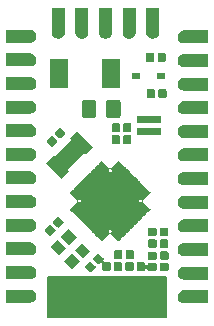
<source format=gbr>
G04 #@! TF.GenerationSoftware,KiCad,Pcbnew,(5.0.0)*
G04 #@! TF.CreationDate,2021-02-11T08:38:10+00:00*
G04 #@! TF.ProjectId,ESPV-BUG,455350562D4255472E6B696361645F70,rev?*
G04 #@! TF.SameCoordinates,Original*
G04 #@! TF.FileFunction,Soldermask,Top*
G04 #@! TF.FilePolarity,Negative*
%FSLAX46Y46*%
G04 Gerber Fmt 4.6, Leading zero omitted, Abs format (unit mm)*
G04 Created by KiCad (PCBNEW (5.0.0)) date 02/11/21 08:38:10*
%MOMM*%
%LPD*%
G01*
G04 APERTURE LIST*
%ADD10C,0.150000*%
%ADD11C,0.100000*%
G04 APERTURE END LIST*
D10*
G04 #@! TO.C,AE1*
G36*
X166100000Y-91150000D02*
X176100000Y-91150000D01*
X176100000Y-87700000D01*
X166100000Y-87700000D01*
X166100000Y-91150000D01*
G37*
X166100000Y-91150000D02*
X176100000Y-91150000D01*
X176100000Y-87700000D01*
X166100000Y-87700000D01*
X166100000Y-91150000D01*
D11*
G36*
X175801000Y-90576000D02*
X172199000Y-90576000D01*
X172199000Y-89124000D01*
X175801000Y-89124000D01*
X175801000Y-90576000D01*
X175801000Y-90576000D01*
G37*
G36*
X167101000Y-90576000D02*
X166199000Y-90576000D01*
X166199000Y-89124000D01*
X167101000Y-89124000D01*
X167101000Y-90576000D01*
X167101000Y-90576000D01*
G37*
G36*
X179651000Y-89951000D02*
X177494298Y-89951000D01*
X177493446Y-89950301D01*
X177471835Y-89938750D01*
X177448385Y-89931636D01*
X177439279Y-89929825D01*
X177439277Y-89929824D01*
X177439276Y-89929824D01*
X177339005Y-89888291D01*
X177248755Y-89827988D01*
X177172012Y-89751245D01*
X177111709Y-89660995D01*
X177070174Y-89560721D01*
X177049000Y-89454270D01*
X177049000Y-89345730D01*
X177070174Y-89239279D01*
X177111709Y-89139005D01*
X177172012Y-89048755D01*
X177248755Y-88972012D01*
X177339005Y-88911709D01*
X177439276Y-88870176D01*
X177439277Y-88870176D01*
X177439279Y-88870175D01*
X177448385Y-88868364D01*
X177471834Y-88861251D01*
X177493445Y-88849700D01*
X177494298Y-88849000D01*
X179651000Y-88849000D01*
X179651000Y-89951000D01*
X179651000Y-89951000D01*
G37*
G36*
X164656554Y-88799699D02*
X164678165Y-88811250D01*
X164701615Y-88818364D01*
X164710721Y-88820175D01*
X164710723Y-88820176D01*
X164710724Y-88820176D01*
X164810995Y-88861709D01*
X164901245Y-88922012D01*
X164977988Y-88998755D01*
X165038291Y-89089005D01*
X165079826Y-89189279D01*
X165101000Y-89295730D01*
X165101000Y-89404270D01*
X165079826Y-89510721D01*
X165038291Y-89610995D01*
X164977988Y-89701245D01*
X164901245Y-89777988D01*
X164810995Y-89838291D01*
X164710724Y-89879824D01*
X164710723Y-89879824D01*
X164710721Y-89879825D01*
X164701615Y-89881636D01*
X164678166Y-89888749D01*
X164656555Y-89900300D01*
X164655702Y-89901000D01*
X162499000Y-89901000D01*
X162499000Y-88799000D01*
X164655702Y-88799000D01*
X164656554Y-88799699D01*
X164656554Y-88799699D01*
G37*
G36*
X179651000Y-87951000D02*
X177494298Y-87951000D01*
X177493446Y-87950301D01*
X177471835Y-87938750D01*
X177448385Y-87931636D01*
X177439279Y-87929825D01*
X177439277Y-87929824D01*
X177439276Y-87929824D01*
X177339005Y-87888291D01*
X177248755Y-87827988D01*
X177172012Y-87751245D01*
X177111709Y-87660995D01*
X177070174Y-87560721D01*
X177049000Y-87454270D01*
X177049000Y-87345730D01*
X177070174Y-87239279D01*
X177111709Y-87139005D01*
X177172012Y-87048755D01*
X177248755Y-86972012D01*
X177339005Y-86911709D01*
X177439276Y-86870176D01*
X177439277Y-86870176D01*
X177439279Y-86870175D01*
X177448385Y-86868364D01*
X177471834Y-86861251D01*
X177493445Y-86849700D01*
X177494298Y-86849000D01*
X179651000Y-86849000D01*
X179651000Y-87951000D01*
X179651000Y-87951000D01*
G37*
G36*
X164656554Y-86799699D02*
X164678165Y-86811250D01*
X164701615Y-86818364D01*
X164710721Y-86820175D01*
X164710723Y-86820176D01*
X164710724Y-86820176D01*
X164810995Y-86861709D01*
X164901245Y-86922012D01*
X164977988Y-86998755D01*
X165038291Y-87089005D01*
X165079826Y-87189279D01*
X165101000Y-87295730D01*
X165101000Y-87404270D01*
X165079826Y-87510721D01*
X165038291Y-87610995D01*
X164977988Y-87701245D01*
X164901245Y-87777988D01*
X164810995Y-87838291D01*
X164710724Y-87879824D01*
X164710723Y-87879824D01*
X164710721Y-87879825D01*
X164701615Y-87881636D01*
X164678166Y-87888749D01*
X164656555Y-87900300D01*
X164655702Y-87901000D01*
X162499000Y-87901000D01*
X162499000Y-86799000D01*
X164655702Y-86799000D01*
X164656554Y-86799699D01*
X164656554Y-86799699D01*
G37*
G36*
X169667866Y-86427385D02*
X169688484Y-86433639D01*
X169707484Y-86443795D01*
X169728909Y-86461378D01*
X170088622Y-86821091D01*
X170106205Y-86842516D01*
X170116361Y-86861516D01*
X170122615Y-86882134D01*
X170124726Y-86903572D01*
X170122615Y-86925010D01*
X170116361Y-86945628D01*
X170106205Y-86964628D01*
X170088622Y-86986053D01*
X169764265Y-87310410D01*
X169742840Y-87327993D01*
X169723840Y-87338149D01*
X169703222Y-87344403D01*
X169681784Y-87346514D01*
X169660346Y-87344403D01*
X169639728Y-87338149D01*
X169620728Y-87327993D01*
X169599303Y-87310410D01*
X169239590Y-86950697D01*
X169222007Y-86929272D01*
X169211851Y-86910272D01*
X169205597Y-86889654D01*
X169203486Y-86868216D01*
X169205597Y-86846778D01*
X169211851Y-86826160D01*
X169222007Y-86807160D01*
X169239590Y-86785735D01*
X169563947Y-86461378D01*
X169585372Y-86443795D01*
X169604372Y-86433639D01*
X169624990Y-86427385D01*
X169646428Y-86425274D01*
X169667866Y-86427385D01*
X169667866Y-86427385D01*
G37*
G36*
X174206938Y-86481716D02*
X174227556Y-86487970D01*
X174246556Y-86498126D01*
X174263208Y-86511792D01*
X174276874Y-86528444D01*
X174287030Y-86547444D01*
X174293284Y-86568062D01*
X174295705Y-86592642D01*
X174300486Y-86616675D01*
X174309863Y-86639314D01*
X174323477Y-86659689D01*
X174340805Y-86677016D01*
X174361179Y-86690630D01*
X174383818Y-86700007D01*
X174407852Y-86704787D01*
X174432356Y-86704787D01*
X174456389Y-86700006D01*
X174479028Y-86690629D01*
X174499403Y-86677015D01*
X174516730Y-86659687D01*
X174530344Y-86639313D01*
X174535128Y-86627761D01*
X174548126Y-86603444D01*
X174561792Y-86586792D01*
X174578444Y-86573126D01*
X174597444Y-86562970D01*
X174618062Y-86556716D01*
X174645640Y-86554000D01*
X175154360Y-86554000D01*
X175181938Y-86556716D01*
X175202556Y-86562970D01*
X175221556Y-86573126D01*
X175238208Y-86586792D01*
X175251874Y-86603444D01*
X175262030Y-86622444D01*
X175268284Y-86643062D01*
X175271000Y-86670640D01*
X175271000Y-87129360D01*
X175268284Y-87156938D01*
X175262030Y-87177556D01*
X175251874Y-87196556D01*
X175238208Y-87213208D01*
X175221556Y-87226874D01*
X175202556Y-87237030D01*
X175181938Y-87243284D01*
X175154360Y-87246000D01*
X174645640Y-87246000D01*
X174618062Y-87243284D01*
X174597444Y-87237030D01*
X174578444Y-87226874D01*
X174561792Y-87213208D01*
X174548126Y-87196556D01*
X174537971Y-87177557D01*
X174528326Y-87145762D01*
X174518948Y-87123123D01*
X174505334Y-87102749D01*
X174488007Y-87085422D01*
X174467633Y-87071808D01*
X174444994Y-87062430D01*
X174420960Y-87057650D01*
X174396456Y-87057650D01*
X174372422Y-87062430D01*
X174349783Y-87071808D01*
X174329409Y-87085422D01*
X174312082Y-87102749D01*
X174298468Y-87123123D01*
X174289090Y-87145765D01*
X174287031Y-87152554D01*
X174276874Y-87171556D01*
X174263208Y-87188208D01*
X174246556Y-87201874D01*
X174227556Y-87212030D01*
X174206938Y-87218284D01*
X174179360Y-87221000D01*
X173720640Y-87221000D01*
X173693062Y-87218284D01*
X173672444Y-87212030D01*
X173653444Y-87201874D01*
X173636792Y-87188208D01*
X173623126Y-87171556D01*
X173612970Y-87152556D01*
X173606716Y-87131938D01*
X173604000Y-87104360D01*
X173604000Y-86595640D01*
X173606716Y-86568062D01*
X173612970Y-86547444D01*
X173623126Y-86528444D01*
X173636792Y-86511792D01*
X173653444Y-86498126D01*
X173672444Y-86487970D01*
X173693062Y-86481716D01*
X173720640Y-86479000D01*
X174179360Y-86479000D01*
X174206938Y-86481716D01*
X174206938Y-86481716D01*
G37*
G36*
X176196938Y-86541716D02*
X176217556Y-86547970D01*
X176236556Y-86558126D01*
X176253208Y-86571792D01*
X176266874Y-86588444D01*
X176277030Y-86607444D01*
X176283284Y-86628062D01*
X176286000Y-86655640D01*
X176286000Y-87114360D01*
X176283284Y-87141938D01*
X176277030Y-87162556D01*
X176266874Y-87181556D01*
X176253208Y-87198208D01*
X176236556Y-87211874D01*
X176217556Y-87222030D01*
X176196938Y-87228284D01*
X176169360Y-87231000D01*
X175660640Y-87231000D01*
X175633062Y-87228284D01*
X175612444Y-87222030D01*
X175593444Y-87211874D01*
X175576792Y-87198208D01*
X175563126Y-87181556D01*
X175552970Y-87162556D01*
X175546716Y-87141938D01*
X175544000Y-87114360D01*
X175544000Y-86655640D01*
X175546716Y-86628062D01*
X175552970Y-86607444D01*
X175563126Y-86588444D01*
X175576792Y-86571792D01*
X175593444Y-86558126D01*
X175612444Y-86547970D01*
X175633062Y-86541716D01*
X175660640Y-86539000D01*
X176169360Y-86539000D01*
X176196938Y-86541716D01*
X176196938Y-86541716D01*
G37*
G36*
X172256938Y-86481716D02*
X172277556Y-86487970D01*
X172296556Y-86498126D01*
X172313208Y-86511792D01*
X172326874Y-86528444D01*
X172337030Y-86547444D01*
X172343284Y-86568062D01*
X172346000Y-86595640D01*
X172346000Y-87104360D01*
X172343284Y-87131938D01*
X172337030Y-87152556D01*
X172326874Y-87171556D01*
X172313208Y-87188208D01*
X172296556Y-87201874D01*
X172277556Y-87212030D01*
X172256938Y-87218284D01*
X172229360Y-87221000D01*
X171770640Y-87221000D01*
X171743062Y-87218284D01*
X171722444Y-87212030D01*
X171703444Y-87201874D01*
X171686792Y-87188208D01*
X171673126Y-87171556D01*
X171662970Y-87152556D01*
X171656716Y-87131938D01*
X171654000Y-87104360D01*
X171654000Y-86595640D01*
X171656716Y-86568062D01*
X171662970Y-86547444D01*
X171673126Y-86528444D01*
X171686792Y-86511792D01*
X171703444Y-86498126D01*
X171722444Y-86487970D01*
X171743062Y-86481716D01*
X171770640Y-86479000D01*
X172229360Y-86479000D01*
X172256938Y-86481716D01*
X172256938Y-86481716D01*
G37*
G36*
X170353760Y-85741491D02*
X170374378Y-85747745D01*
X170393378Y-85757901D01*
X170414803Y-85775484D01*
X170774516Y-86135197D01*
X170792099Y-86156622D01*
X170802255Y-86175622D01*
X170808509Y-86196240D01*
X170810620Y-86217678D01*
X170808509Y-86239116D01*
X170802255Y-86259734D01*
X170789641Y-86283333D01*
X170781792Y-86295080D01*
X170772416Y-86317720D01*
X170767636Y-86341754D01*
X170767637Y-86366258D01*
X170772419Y-86390291D01*
X170781798Y-86412930D01*
X170795412Y-86433304D01*
X170812740Y-86450630D01*
X170833115Y-86464243D01*
X170855755Y-86473619D01*
X170892035Y-86479000D01*
X171259360Y-86479000D01*
X171286938Y-86481716D01*
X171307556Y-86487970D01*
X171326556Y-86498126D01*
X171343208Y-86511792D01*
X171356874Y-86528444D01*
X171367030Y-86547444D01*
X171373284Y-86568062D01*
X171376000Y-86595640D01*
X171376000Y-87104360D01*
X171373284Y-87131938D01*
X171367030Y-87152556D01*
X171356874Y-87171556D01*
X171343208Y-87188208D01*
X171326556Y-87201874D01*
X171307556Y-87212030D01*
X171286938Y-87218284D01*
X171259360Y-87221000D01*
X170800640Y-87221000D01*
X170773062Y-87218284D01*
X170752444Y-87212030D01*
X170733444Y-87201874D01*
X170716792Y-87188208D01*
X170703126Y-87171556D01*
X170692970Y-87152556D01*
X170686716Y-87131938D01*
X170684000Y-87104360D01*
X170684000Y-86692451D01*
X170681598Y-86668065D01*
X170674485Y-86644616D01*
X170662934Y-86623005D01*
X170647388Y-86604063D01*
X170628446Y-86588517D01*
X170606835Y-86576966D01*
X170583386Y-86569853D01*
X170559000Y-86567451D01*
X170534614Y-86569853D01*
X170511165Y-86576966D01*
X170489554Y-86588517D01*
X170470612Y-86604063D01*
X170450159Y-86624516D01*
X170428734Y-86642099D01*
X170409734Y-86652255D01*
X170389116Y-86658509D01*
X170367678Y-86660620D01*
X170346240Y-86658509D01*
X170325622Y-86652255D01*
X170306622Y-86642099D01*
X170285197Y-86624516D01*
X169925484Y-86264803D01*
X169907901Y-86243378D01*
X169897745Y-86224378D01*
X169891491Y-86203760D01*
X169889380Y-86182322D01*
X169891491Y-86160884D01*
X169897745Y-86140266D01*
X169907901Y-86121266D01*
X169925484Y-86099841D01*
X170249841Y-85775484D01*
X170271266Y-85757901D01*
X170290266Y-85747745D01*
X170310884Y-85741491D01*
X170332322Y-85739380D01*
X170353760Y-85741491D01*
X170353760Y-85741491D01*
G37*
G36*
X173236938Y-86481716D02*
X173257556Y-86487970D01*
X173276556Y-86498126D01*
X173293208Y-86511792D01*
X173306874Y-86528444D01*
X173317030Y-86547444D01*
X173323284Y-86568062D01*
X173326000Y-86595640D01*
X173326000Y-87104360D01*
X173323284Y-87131938D01*
X173317030Y-87152556D01*
X173306874Y-87171556D01*
X173293208Y-87188208D01*
X173276556Y-87201874D01*
X173257556Y-87212030D01*
X173236938Y-87218284D01*
X173209360Y-87221000D01*
X172750640Y-87221000D01*
X172723062Y-87218284D01*
X172702444Y-87212030D01*
X172683444Y-87201874D01*
X172666792Y-87188208D01*
X172653126Y-87171556D01*
X172642970Y-87152556D01*
X172636716Y-87131938D01*
X172634000Y-87104360D01*
X172634000Y-86595640D01*
X172636716Y-86568062D01*
X172642970Y-86547444D01*
X172653126Y-86528444D01*
X172666792Y-86511792D01*
X172683444Y-86498126D01*
X172702444Y-86487970D01*
X172723062Y-86481716D01*
X172750640Y-86479000D01*
X173209360Y-86479000D01*
X173236938Y-86481716D01*
X173236938Y-86481716D01*
G37*
G36*
X168789587Y-86435660D02*
X168151776Y-87073471D01*
X167443255Y-86364950D01*
X168081066Y-85727139D01*
X168789587Y-86435660D01*
X168789587Y-86435660D01*
G37*
G36*
X175181938Y-85586716D02*
X175202556Y-85592970D01*
X175221556Y-85603126D01*
X175238208Y-85616792D01*
X175251874Y-85633444D01*
X175262030Y-85652444D01*
X175268284Y-85673062D01*
X175271000Y-85700640D01*
X175271000Y-86159360D01*
X175268284Y-86186938D01*
X175262030Y-86207556D01*
X175251874Y-86226556D01*
X175238208Y-86243208D01*
X175221556Y-86256874D01*
X175202556Y-86267030D01*
X175181938Y-86273284D01*
X175154360Y-86276000D01*
X174645640Y-86276000D01*
X174618062Y-86273284D01*
X174597444Y-86267030D01*
X174578444Y-86256874D01*
X174561792Y-86243208D01*
X174548126Y-86226556D01*
X174537970Y-86207556D01*
X174531716Y-86186938D01*
X174529000Y-86159360D01*
X174529000Y-85700640D01*
X174531716Y-85673062D01*
X174537970Y-85652444D01*
X174548126Y-85633444D01*
X174561792Y-85616792D01*
X174578444Y-85603126D01*
X174597444Y-85592970D01*
X174618062Y-85586716D01*
X174645640Y-85584000D01*
X175154360Y-85584000D01*
X175181938Y-85586716D01*
X175181938Y-85586716D01*
G37*
G36*
X176196938Y-85571716D02*
X176217556Y-85577970D01*
X176236556Y-85588126D01*
X176253208Y-85601792D01*
X176266874Y-85618444D01*
X176277030Y-85637444D01*
X176283284Y-85658062D01*
X176286000Y-85685640D01*
X176286000Y-86144360D01*
X176283284Y-86171938D01*
X176277030Y-86192556D01*
X176266874Y-86211556D01*
X176253208Y-86228208D01*
X176236556Y-86241874D01*
X176217556Y-86252030D01*
X176196938Y-86258284D01*
X176169360Y-86261000D01*
X175660640Y-86261000D01*
X175633062Y-86258284D01*
X175612444Y-86252030D01*
X175593444Y-86241874D01*
X175576792Y-86228208D01*
X175563126Y-86211556D01*
X175552970Y-86192556D01*
X175546716Y-86171938D01*
X175544000Y-86144360D01*
X175544000Y-85685640D01*
X175546716Y-85658062D01*
X175552970Y-85637444D01*
X175563126Y-85618444D01*
X175576792Y-85601792D01*
X175593444Y-85588126D01*
X175612444Y-85577970D01*
X175633062Y-85571716D01*
X175660640Y-85569000D01*
X176169360Y-85569000D01*
X176196938Y-85571716D01*
X176196938Y-85571716D01*
G37*
G36*
X172286938Y-85481716D02*
X172307556Y-85487970D01*
X172326556Y-85498126D01*
X172343208Y-85511792D01*
X172356874Y-85528444D01*
X172367030Y-85547444D01*
X172373284Y-85568062D01*
X172376000Y-85595640D01*
X172376000Y-86104360D01*
X172373284Y-86131938D01*
X172367030Y-86152556D01*
X172356874Y-86171556D01*
X172343208Y-86188208D01*
X172326556Y-86201874D01*
X172307556Y-86212030D01*
X172286938Y-86218284D01*
X172259360Y-86221000D01*
X171800640Y-86221000D01*
X171773062Y-86218284D01*
X171752444Y-86212030D01*
X171733444Y-86201874D01*
X171716792Y-86188208D01*
X171703126Y-86171556D01*
X171692970Y-86152556D01*
X171686716Y-86131938D01*
X171684000Y-86104360D01*
X171684000Y-85595640D01*
X171686716Y-85568062D01*
X171692970Y-85547444D01*
X171703126Y-85528444D01*
X171716792Y-85511792D01*
X171733444Y-85498126D01*
X171752444Y-85487970D01*
X171773062Y-85481716D01*
X171800640Y-85479000D01*
X172259360Y-85479000D01*
X172286938Y-85481716D01*
X172286938Y-85481716D01*
G37*
G36*
X173256938Y-85481716D02*
X173277556Y-85487970D01*
X173296556Y-85498126D01*
X173313208Y-85511792D01*
X173326874Y-85528444D01*
X173337030Y-85547444D01*
X173343284Y-85568062D01*
X173346000Y-85595640D01*
X173346000Y-86104360D01*
X173343284Y-86131938D01*
X173337030Y-86152556D01*
X173326874Y-86171556D01*
X173313208Y-86188208D01*
X173296556Y-86201874D01*
X173277556Y-86212030D01*
X173256938Y-86218284D01*
X173229360Y-86221000D01*
X172770640Y-86221000D01*
X172743062Y-86218284D01*
X172722444Y-86212030D01*
X172703444Y-86201874D01*
X172686792Y-86188208D01*
X172673126Y-86171556D01*
X172662970Y-86152556D01*
X172656716Y-86131938D01*
X172654000Y-86104360D01*
X172654000Y-85595640D01*
X172656716Y-85568062D01*
X172662970Y-85547444D01*
X172673126Y-85528444D01*
X172686792Y-85511792D01*
X172703444Y-85498126D01*
X172722444Y-85487970D01*
X172743062Y-85481716D01*
X172770640Y-85479000D01*
X173229360Y-85479000D01*
X173256938Y-85481716D01*
X173256938Y-85481716D01*
G37*
G36*
X169673471Y-85551776D02*
X169035660Y-86189587D01*
X168327139Y-85481066D01*
X168964950Y-84843255D01*
X169673471Y-85551776D01*
X169673471Y-85551776D01*
G37*
G36*
X179651000Y-85951000D02*
X177494298Y-85951000D01*
X177493446Y-85950301D01*
X177471835Y-85938750D01*
X177448385Y-85931636D01*
X177439279Y-85929825D01*
X177439277Y-85929824D01*
X177439276Y-85929824D01*
X177339005Y-85888291D01*
X177248755Y-85827988D01*
X177172012Y-85751245D01*
X177111709Y-85660995D01*
X177070174Y-85560721D01*
X177049000Y-85454270D01*
X177049000Y-85345730D01*
X177070174Y-85239279D01*
X177111709Y-85139005D01*
X177172012Y-85048755D01*
X177248755Y-84972012D01*
X177339005Y-84911709D01*
X177439276Y-84870176D01*
X177439277Y-84870176D01*
X177439279Y-84870175D01*
X177448385Y-84868364D01*
X177471834Y-84861251D01*
X177493445Y-84849700D01*
X177494298Y-84849000D01*
X179651000Y-84849000D01*
X179651000Y-85951000D01*
X179651000Y-85951000D01*
G37*
G36*
X167622861Y-85268934D02*
X166985050Y-85906745D01*
X166276529Y-85198224D01*
X166914340Y-84560413D01*
X167622861Y-85268934D01*
X167622861Y-85268934D01*
G37*
G36*
X164656554Y-84799699D02*
X164678165Y-84811250D01*
X164701615Y-84818364D01*
X164710721Y-84820175D01*
X164710723Y-84820176D01*
X164710724Y-84820176D01*
X164810995Y-84861709D01*
X164901245Y-84922012D01*
X164977988Y-84998755D01*
X165038291Y-85089005D01*
X165079826Y-85189279D01*
X165101000Y-85295730D01*
X165101000Y-85404270D01*
X165079826Y-85510721D01*
X165038291Y-85610995D01*
X164977988Y-85701245D01*
X164901245Y-85777988D01*
X164810995Y-85838291D01*
X164710724Y-85879824D01*
X164710723Y-85879824D01*
X164710721Y-85879825D01*
X164701615Y-85881636D01*
X164678166Y-85888749D01*
X164656555Y-85900300D01*
X164655702Y-85901000D01*
X162499000Y-85901000D01*
X162499000Y-84799000D01*
X164655702Y-84799000D01*
X164656554Y-84799699D01*
X164656554Y-84799699D01*
G37*
G36*
X175181938Y-84556716D02*
X175202556Y-84562970D01*
X175221556Y-84573126D01*
X175238208Y-84586792D01*
X175251874Y-84603444D01*
X175262030Y-84622444D01*
X175268284Y-84643062D01*
X175271000Y-84670640D01*
X175271000Y-85129360D01*
X175268284Y-85156938D01*
X175262030Y-85177556D01*
X175251874Y-85196556D01*
X175238208Y-85213208D01*
X175221556Y-85226874D01*
X175202556Y-85237030D01*
X175181938Y-85243284D01*
X175154360Y-85246000D01*
X174645640Y-85246000D01*
X174618062Y-85243284D01*
X174597444Y-85237030D01*
X174578444Y-85226874D01*
X174561792Y-85213208D01*
X174548126Y-85196556D01*
X174537970Y-85177556D01*
X174531716Y-85156938D01*
X174529000Y-85129360D01*
X174529000Y-84670640D01*
X174531716Y-84643062D01*
X174537970Y-84622444D01*
X174548126Y-84603444D01*
X174561792Y-84586792D01*
X174578444Y-84573126D01*
X174597444Y-84562970D01*
X174618062Y-84556716D01*
X174645640Y-84554000D01*
X175154360Y-84554000D01*
X175181938Y-84556716D01*
X175181938Y-84556716D01*
G37*
G36*
X176181938Y-84556716D02*
X176202556Y-84562970D01*
X176221556Y-84573126D01*
X176238208Y-84586792D01*
X176251874Y-84603444D01*
X176262030Y-84622444D01*
X176268284Y-84643062D01*
X176271000Y-84670640D01*
X176271000Y-85129360D01*
X176268284Y-85156938D01*
X176262030Y-85177556D01*
X176251874Y-85196556D01*
X176238208Y-85213208D01*
X176221556Y-85226874D01*
X176202556Y-85237030D01*
X176181938Y-85243284D01*
X176154360Y-85246000D01*
X175645640Y-85246000D01*
X175618062Y-85243284D01*
X175597444Y-85237030D01*
X175578444Y-85226874D01*
X175561792Y-85213208D01*
X175548126Y-85196556D01*
X175537970Y-85177556D01*
X175531716Y-85156938D01*
X175529000Y-85129360D01*
X175529000Y-84670640D01*
X175531716Y-84643062D01*
X175537970Y-84622444D01*
X175548126Y-84603444D01*
X175561792Y-84586792D01*
X175578444Y-84573126D01*
X175597444Y-84562970D01*
X175618062Y-84556716D01*
X175645640Y-84554000D01*
X176154360Y-84554000D01*
X176181938Y-84556716D01*
X176181938Y-84556716D01*
G37*
G36*
X168506745Y-84385050D02*
X167868934Y-85022861D01*
X167160413Y-84314340D01*
X167798224Y-83676529D01*
X168506745Y-84385050D01*
X168506745Y-84385050D01*
G37*
G36*
X172061964Y-77880763D02*
X172066635Y-77882180D01*
X172070937Y-77884480D01*
X172079487Y-77891496D01*
X172283630Y-78095639D01*
X172290646Y-78104189D01*
X172292946Y-78108491D01*
X172294363Y-78113162D01*
X172295171Y-78121366D01*
X172299952Y-78145400D01*
X172309330Y-78168039D01*
X172322945Y-78188413D01*
X172340272Y-78205739D01*
X172360647Y-78219353D01*
X172383287Y-78228730D01*
X172407313Y-78233509D01*
X172415517Y-78234317D01*
X172420188Y-78235734D01*
X172424490Y-78238034D01*
X172433040Y-78245050D01*
X172637183Y-78449193D01*
X172644199Y-78457743D01*
X172646499Y-78462045D01*
X172647916Y-78466716D01*
X172648724Y-78474920D01*
X172653506Y-78498953D01*
X172662884Y-78521592D01*
X172676498Y-78541966D01*
X172693826Y-78559293D01*
X172714201Y-78572906D01*
X172736840Y-78582283D01*
X172760867Y-78587062D01*
X172769071Y-78587870D01*
X172773742Y-78589287D01*
X172778044Y-78591587D01*
X172786594Y-78598603D01*
X172990737Y-78802746D01*
X172997753Y-78811296D01*
X173000053Y-78815598D01*
X173001470Y-78820269D01*
X173002278Y-78828473D01*
X173007059Y-78852507D01*
X173016437Y-78875146D01*
X173030052Y-78895520D01*
X173047379Y-78912846D01*
X173067754Y-78926460D01*
X173090394Y-78935837D01*
X173114420Y-78940616D01*
X173122624Y-78941424D01*
X173127295Y-78942841D01*
X173131597Y-78945141D01*
X173140147Y-78952157D01*
X173344290Y-79156300D01*
X173351306Y-79164850D01*
X173353606Y-79169152D01*
X173355023Y-79173823D01*
X173355831Y-79182027D01*
X173360613Y-79206060D01*
X173369991Y-79228699D01*
X173383605Y-79249073D01*
X173400933Y-79266400D01*
X173421308Y-79280013D01*
X173443947Y-79289390D01*
X173467973Y-79294169D01*
X173476177Y-79294977D01*
X173480848Y-79296394D01*
X173485150Y-79298694D01*
X173493700Y-79305710D01*
X173697843Y-79509853D01*
X173704859Y-79518403D01*
X173707159Y-79522705D01*
X173708576Y-79527376D01*
X173709384Y-79535580D01*
X173714166Y-79559613D01*
X173723544Y-79582252D01*
X173737158Y-79602626D01*
X173754486Y-79619953D01*
X173774861Y-79633566D01*
X173797500Y-79642943D01*
X173821527Y-79647722D01*
X173829731Y-79648530D01*
X173834402Y-79649947D01*
X173838704Y-79652247D01*
X173847254Y-79659263D01*
X174051397Y-79863406D01*
X174058413Y-79871956D01*
X174060713Y-79876258D01*
X174062130Y-79880929D01*
X174062938Y-79889133D01*
X174067719Y-79913167D01*
X174077097Y-79935806D01*
X174090712Y-79956180D01*
X174108039Y-79973506D01*
X174128414Y-79987120D01*
X174151054Y-79996497D01*
X174175080Y-80001276D01*
X174183284Y-80002084D01*
X174187955Y-80003501D01*
X174192257Y-80005801D01*
X174200807Y-80012817D01*
X174404950Y-80216960D01*
X174411966Y-80225510D01*
X174414266Y-80229812D01*
X174415683Y-80234483D01*
X174416491Y-80242687D01*
X174421273Y-80266720D01*
X174430651Y-80289359D01*
X174444265Y-80309733D01*
X174461593Y-80327060D01*
X174481968Y-80340673D01*
X174504607Y-80350050D01*
X174528634Y-80354829D01*
X174536838Y-80355637D01*
X174541509Y-80357054D01*
X174545811Y-80359354D01*
X174554361Y-80366370D01*
X174758504Y-80570513D01*
X174765520Y-80579063D01*
X174767820Y-80583365D01*
X174769237Y-80588036D01*
X174769715Y-80592893D01*
X174769237Y-80597750D01*
X174767820Y-80602421D01*
X174765520Y-80606723D01*
X174758504Y-80615273D01*
X174162165Y-81211612D01*
X174146619Y-81230554D01*
X174135068Y-81252165D01*
X174127955Y-81275614D01*
X174125553Y-81300000D01*
X174127955Y-81324386D01*
X174135068Y-81347835D01*
X174146619Y-81369446D01*
X174162165Y-81388388D01*
X174758504Y-81984727D01*
X174765520Y-81993277D01*
X174767820Y-81997579D01*
X174769237Y-82002250D01*
X174769715Y-82007107D01*
X174769237Y-82011964D01*
X174767820Y-82016635D01*
X174765520Y-82020937D01*
X174758504Y-82029487D01*
X174554361Y-82233630D01*
X174545811Y-82240646D01*
X174541509Y-82242946D01*
X174536838Y-82244363D01*
X174528634Y-82245171D01*
X174504600Y-82249952D01*
X174481961Y-82259330D01*
X174461587Y-82272945D01*
X174444261Y-82290272D01*
X174430647Y-82310647D01*
X174421270Y-82333287D01*
X174416491Y-82357313D01*
X174415683Y-82365517D01*
X174414266Y-82370188D01*
X174411966Y-82374490D01*
X174404950Y-82383040D01*
X174200807Y-82587183D01*
X174192257Y-82594199D01*
X174187955Y-82596499D01*
X174183284Y-82597916D01*
X174175080Y-82598724D01*
X174151047Y-82603506D01*
X174128408Y-82612884D01*
X174108034Y-82626498D01*
X174090707Y-82643826D01*
X174077094Y-82664201D01*
X174067717Y-82686840D01*
X174062938Y-82710867D01*
X174062130Y-82719071D01*
X174060713Y-82723742D01*
X174058413Y-82728044D01*
X174051397Y-82736594D01*
X173847254Y-82940737D01*
X173838704Y-82947753D01*
X173834402Y-82950053D01*
X173829731Y-82951470D01*
X173821527Y-82952278D01*
X173797493Y-82957059D01*
X173774854Y-82966437D01*
X173754480Y-82980052D01*
X173737154Y-82997379D01*
X173723540Y-83017754D01*
X173714163Y-83040394D01*
X173709384Y-83064420D01*
X173708576Y-83072624D01*
X173707159Y-83077295D01*
X173704859Y-83081597D01*
X173697843Y-83090147D01*
X173493700Y-83294290D01*
X173485150Y-83301306D01*
X173480848Y-83303606D01*
X173476177Y-83305023D01*
X173467973Y-83305831D01*
X173443940Y-83310613D01*
X173421301Y-83319991D01*
X173400927Y-83333605D01*
X173383600Y-83350933D01*
X173369987Y-83371308D01*
X173360610Y-83393947D01*
X173355831Y-83417973D01*
X173355023Y-83426177D01*
X173353606Y-83430848D01*
X173351306Y-83435150D01*
X173344290Y-83443700D01*
X173140147Y-83647843D01*
X173131597Y-83654859D01*
X173127295Y-83657159D01*
X173122624Y-83658576D01*
X173114420Y-83659384D01*
X173090387Y-83664166D01*
X173067748Y-83673544D01*
X173047374Y-83687158D01*
X173030047Y-83704486D01*
X173016434Y-83724861D01*
X173007057Y-83747500D01*
X173002278Y-83771527D01*
X173001470Y-83779731D01*
X173000053Y-83784402D01*
X172997753Y-83788704D01*
X172990737Y-83797254D01*
X172786594Y-84001397D01*
X172778044Y-84008413D01*
X172773742Y-84010713D01*
X172769071Y-84012130D01*
X172760867Y-84012938D01*
X172736833Y-84017719D01*
X172714194Y-84027097D01*
X172693820Y-84040712D01*
X172676494Y-84058039D01*
X172662880Y-84078414D01*
X172653503Y-84101054D01*
X172648724Y-84125080D01*
X172647916Y-84133284D01*
X172646499Y-84137955D01*
X172644199Y-84142257D01*
X172637183Y-84150807D01*
X172433040Y-84354950D01*
X172424490Y-84361966D01*
X172420188Y-84364266D01*
X172415517Y-84365683D01*
X172407313Y-84366491D01*
X172383280Y-84371273D01*
X172360641Y-84380651D01*
X172340267Y-84394265D01*
X172322940Y-84411593D01*
X172309327Y-84431968D01*
X172299950Y-84454607D01*
X172295171Y-84478634D01*
X172294363Y-84486838D01*
X172292946Y-84491509D01*
X172290646Y-84495811D01*
X172283630Y-84504361D01*
X172079487Y-84708504D01*
X172070937Y-84715520D01*
X172066635Y-84717820D01*
X172061964Y-84719237D01*
X172057107Y-84719715D01*
X172052250Y-84719237D01*
X172047579Y-84717820D01*
X172043277Y-84715520D01*
X172034727Y-84708504D01*
X171438388Y-84112165D01*
X171419446Y-84096619D01*
X171397835Y-84085068D01*
X171374386Y-84077955D01*
X171350000Y-84075553D01*
X171325614Y-84077955D01*
X171302165Y-84085068D01*
X171280554Y-84096619D01*
X171261612Y-84112165D01*
X170665273Y-84708504D01*
X170656723Y-84715520D01*
X170652421Y-84717820D01*
X170647750Y-84719237D01*
X170642893Y-84719715D01*
X170638036Y-84719237D01*
X170633365Y-84717820D01*
X170629063Y-84715520D01*
X170620513Y-84708504D01*
X170416370Y-84504361D01*
X170409354Y-84495811D01*
X170407054Y-84491509D01*
X170405637Y-84486838D01*
X170404829Y-84478634D01*
X170400048Y-84454600D01*
X170390670Y-84431961D01*
X170377055Y-84411587D01*
X170359728Y-84394261D01*
X170339353Y-84380647D01*
X170316713Y-84371270D01*
X170292687Y-84366491D01*
X170284483Y-84365683D01*
X170279812Y-84364266D01*
X170275510Y-84361966D01*
X170266960Y-84354950D01*
X170062817Y-84150807D01*
X170055801Y-84142257D01*
X170053501Y-84137955D01*
X170052084Y-84133284D01*
X170051276Y-84125080D01*
X170046494Y-84101047D01*
X170037116Y-84078408D01*
X170023502Y-84058034D01*
X170006174Y-84040707D01*
X169985799Y-84027094D01*
X169963160Y-84017717D01*
X169939133Y-84012938D01*
X169930929Y-84012130D01*
X169926258Y-84010713D01*
X169921956Y-84008413D01*
X169913406Y-84001397D01*
X169797986Y-83885977D01*
X171219806Y-83885977D01*
X171224586Y-83910011D01*
X171233962Y-83932650D01*
X171247575Y-83953025D01*
X171255817Y-83962118D01*
X171261612Y-83967913D01*
X171280554Y-83983459D01*
X171302165Y-83995010D01*
X171325614Y-84002123D01*
X171350000Y-84004525D01*
X171374386Y-84002123D01*
X171397835Y-83995010D01*
X171419446Y-83983459D01*
X171438388Y-83967913D01*
X171444183Y-83962118D01*
X171459729Y-83943176D01*
X171471280Y-83921565D01*
X171478393Y-83898116D01*
X171480795Y-83873730D01*
X171478393Y-83849344D01*
X171471280Y-83825895D01*
X171459729Y-83804284D01*
X171444183Y-83785342D01*
X171425241Y-83769796D01*
X171403630Y-83758245D01*
X171380181Y-83751132D01*
X171355795Y-83748730D01*
X171343549Y-83749331D01*
X171331958Y-83749331D01*
X171307924Y-83754111D01*
X171285285Y-83763487D01*
X171264910Y-83777100D01*
X171247582Y-83794427D01*
X171233967Y-83814801D01*
X171224589Y-83837439D01*
X171219807Y-83861473D01*
X171219806Y-83885977D01*
X169797986Y-83885977D01*
X169709263Y-83797254D01*
X169702247Y-83788704D01*
X169699947Y-83784402D01*
X169698530Y-83779731D01*
X169697722Y-83771527D01*
X169692941Y-83747493D01*
X169683563Y-83724854D01*
X169669948Y-83704480D01*
X169652621Y-83687154D01*
X169632246Y-83673540D01*
X169609606Y-83664163D01*
X169585580Y-83659384D01*
X169577376Y-83658576D01*
X169572705Y-83657159D01*
X169568403Y-83654859D01*
X169559853Y-83647843D01*
X169355710Y-83443700D01*
X169348694Y-83435150D01*
X169346394Y-83430848D01*
X169344977Y-83426177D01*
X169344169Y-83417973D01*
X169339387Y-83393940D01*
X169330009Y-83371301D01*
X169316395Y-83350927D01*
X169299067Y-83333600D01*
X169278692Y-83319987D01*
X169256053Y-83310610D01*
X169232027Y-83305831D01*
X169223823Y-83305023D01*
X169219152Y-83303606D01*
X169214850Y-83301306D01*
X169206300Y-83294290D01*
X169002157Y-83090147D01*
X168995141Y-83081597D01*
X168992841Y-83077295D01*
X168991424Y-83072624D01*
X168990616Y-83064420D01*
X168985834Y-83040387D01*
X168976456Y-83017748D01*
X168962842Y-82997374D01*
X168945514Y-82980047D01*
X168925139Y-82966434D01*
X168902500Y-82957057D01*
X168878473Y-82952278D01*
X168870269Y-82951470D01*
X168865598Y-82950053D01*
X168861296Y-82947753D01*
X168852746Y-82940737D01*
X168648603Y-82736594D01*
X168641587Y-82728044D01*
X168639287Y-82723742D01*
X168637870Y-82719071D01*
X168637062Y-82710867D01*
X168632281Y-82686833D01*
X168622903Y-82664194D01*
X168609288Y-82643820D01*
X168591961Y-82626494D01*
X168571586Y-82612880D01*
X168548946Y-82603503D01*
X168524920Y-82598724D01*
X168516716Y-82597916D01*
X168512045Y-82596499D01*
X168507743Y-82594199D01*
X168499193Y-82587183D01*
X168295050Y-82383040D01*
X168288034Y-82374490D01*
X168285734Y-82370188D01*
X168284317Y-82365517D01*
X168283509Y-82357313D01*
X168278727Y-82333280D01*
X168269349Y-82310641D01*
X168255735Y-82290267D01*
X168238407Y-82272940D01*
X168218032Y-82259327D01*
X168195393Y-82249950D01*
X168171366Y-82245171D01*
X168163162Y-82244363D01*
X168158491Y-82242946D01*
X168154189Y-82240646D01*
X168145639Y-82233630D01*
X167941496Y-82029487D01*
X167934480Y-82020937D01*
X167932180Y-82016635D01*
X167930763Y-82011964D01*
X167930285Y-82007107D01*
X167930763Y-82002250D01*
X167932180Y-81997579D01*
X167934480Y-81993277D01*
X167941496Y-81984727D01*
X168537835Y-81388388D01*
X168553381Y-81369446D01*
X168564932Y-81347835D01*
X168572045Y-81324386D01*
X168574447Y-81300000D01*
X168645475Y-81300000D01*
X168647877Y-81324386D01*
X168654990Y-81347835D01*
X168666541Y-81369446D01*
X168682087Y-81388388D01*
X168687882Y-81394183D01*
X168706824Y-81409729D01*
X168728435Y-81421280D01*
X168751884Y-81428393D01*
X168776270Y-81430795D01*
X168800656Y-81428393D01*
X168824105Y-81421280D01*
X168845716Y-81409729D01*
X168864658Y-81394183D01*
X168880204Y-81375241D01*
X168891755Y-81353630D01*
X168898868Y-81330181D01*
X168901270Y-81305795D01*
X168900702Y-81294205D01*
X173798730Y-81294205D01*
X173799331Y-81306451D01*
X173799331Y-81318042D01*
X173804111Y-81342076D01*
X173813487Y-81364715D01*
X173827100Y-81385090D01*
X173844427Y-81402418D01*
X173864801Y-81416033D01*
X173887439Y-81425411D01*
X173911473Y-81430193D01*
X173935977Y-81430194D01*
X173960011Y-81425414D01*
X173982650Y-81416038D01*
X174003025Y-81402425D01*
X174012118Y-81394183D01*
X174017913Y-81388388D01*
X174033459Y-81369446D01*
X174045010Y-81347835D01*
X174052123Y-81324386D01*
X174054525Y-81300000D01*
X174052123Y-81275614D01*
X174045010Y-81252165D01*
X174033459Y-81230554D01*
X174017913Y-81211612D01*
X174012118Y-81205817D01*
X173993176Y-81190271D01*
X173971565Y-81178720D01*
X173948116Y-81171607D01*
X173923730Y-81169205D01*
X173899344Y-81171607D01*
X173875895Y-81178720D01*
X173854284Y-81190271D01*
X173835342Y-81205817D01*
X173819796Y-81224759D01*
X173808245Y-81246370D01*
X173801132Y-81269819D01*
X173798730Y-81294205D01*
X168900702Y-81294205D01*
X168900669Y-81293549D01*
X168900669Y-81281958D01*
X168895889Y-81257924D01*
X168886513Y-81235285D01*
X168872900Y-81214910D01*
X168855573Y-81197582D01*
X168835199Y-81183967D01*
X168812561Y-81174589D01*
X168788527Y-81169807D01*
X168764023Y-81169806D01*
X168739989Y-81174586D01*
X168717350Y-81183962D01*
X168696975Y-81197575D01*
X168687882Y-81205817D01*
X168682087Y-81211612D01*
X168666541Y-81230554D01*
X168654990Y-81252165D01*
X168647877Y-81275614D01*
X168645475Y-81300000D01*
X168574447Y-81300000D01*
X168572045Y-81275614D01*
X168564932Y-81252165D01*
X168553381Y-81230554D01*
X168537835Y-81211612D01*
X167941496Y-80615273D01*
X167934480Y-80606723D01*
X167932180Y-80602421D01*
X167930763Y-80597750D01*
X167930285Y-80592893D01*
X167930763Y-80588036D01*
X167932180Y-80583365D01*
X167934480Y-80579063D01*
X167941496Y-80570513D01*
X168145639Y-80366370D01*
X168154189Y-80359354D01*
X168158491Y-80357054D01*
X168163162Y-80355637D01*
X168171366Y-80354829D01*
X168195400Y-80350048D01*
X168218039Y-80340670D01*
X168238413Y-80327055D01*
X168255739Y-80309728D01*
X168269353Y-80289353D01*
X168278730Y-80266713D01*
X168283509Y-80242687D01*
X168284317Y-80234483D01*
X168285734Y-80229812D01*
X168288034Y-80225510D01*
X168295050Y-80216960D01*
X168499193Y-80012817D01*
X168507743Y-80005801D01*
X168512045Y-80003501D01*
X168516716Y-80002084D01*
X168524920Y-80001276D01*
X168548953Y-79996494D01*
X168571592Y-79987116D01*
X168591966Y-79973502D01*
X168609293Y-79956174D01*
X168622906Y-79935799D01*
X168632283Y-79913160D01*
X168637062Y-79889133D01*
X168637870Y-79880929D01*
X168639287Y-79876258D01*
X168641587Y-79871956D01*
X168648603Y-79863406D01*
X168852746Y-79659263D01*
X168861296Y-79652247D01*
X168865598Y-79649947D01*
X168870269Y-79648530D01*
X168878473Y-79647722D01*
X168902507Y-79642941D01*
X168925146Y-79633563D01*
X168945520Y-79619948D01*
X168962846Y-79602621D01*
X168976460Y-79582246D01*
X168985837Y-79559606D01*
X168990616Y-79535580D01*
X168991424Y-79527376D01*
X168992841Y-79522705D01*
X168995141Y-79518403D01*
X169002157Y-79509853D01*
X169206300Y-79305710D01*
X169214850Y-79298694D01*
X169219152Y-79296394D01*
X169223823Y-79294977D01*
X169232027Y-79294169D01*
X169256060Y-79289387D01*
X169278699Y-79280009D01*
X169299073Y-79266395D01*
X169316400Y-79249067D01*
X169330013Y-79228692D01*
X169339390Y-79206053D01*
X169344169Y-79182027D01*
X169344977Y-79173823D01*
X169346394Y-79169152D01*
X169348694Y-79164850D01*
X169355710Y-79156300D01*
X169559853Y-78952157D01*
X169568403Y-78945141D01*
X169572705Y-78942841D01*
X169577376Y-78941424D01*
X169585580Y-78940616D01*
X169609613Y-78935834D01*
X169632252Y-78926456D01*
X169652626Y-78912842D01*
X169669953Y-78895514D01*
X169683566Y-78875139D01*
X169692943Y-78852500D01*
X169697722Y-78828473D01*
X169698530Y-78820269D01*
X169699947Y-78815598D01*
X169702247Y-78811296D01*
X169709263Y-78802746D01*
X169785739Y-78726270D01*
X171219205Y-78726270D01*
X171221607Y-78750656D01*
X171228720Y-78774105D01*
X171240271Y-78795716D01*
X171255817Y-78814658D01*
X171274759Y-78830204D01*
X171296370Y-78841755D01*
X171319819Y-78848868D01*
X171344205Y-78851270D01*
X171356451Y-78850669D01*
X171368042Y-78850669D01*
X171392076Y-78845889D01*
X171414715Y-78836513D01*
X171435090Y-78822900D01*
X171452418Y-78805573D01*
X171466033Y-78785199D01*
X171475411Y-78762561D01*
X171480193Y-78738527D01*
X171480194Y-78714023D01*
X171475414Y-78689989D01*
X171466038Y-78667350D01*
X171452425Y-78646975D01*
X171444183Y-78637882D01*
X171438388Y-78632087D01*
X171419446Y-78616541D01*
X171397835Y-78604990D01*
X171374386Y-78597877D01*
X171350000Y-78595475D01*
X171325614Y-78597877D01*
X171302165Y-78604990D01*
X171280554Y-78616541D01*
X171261612Y-78632087D01*
X171255817Y-78637882D01*
X171240271Y-78656824D01*
X171228720Y-78678435D01*
X171221607Y-78701884D01*
X171219205Y-78726270D01*
X169785739Y-78726270D01*
X169913406Y-78598603D01*
X169921956Y-78591587D01*
X169926258Y-78589287D01*
X169930929Y-78587870D01*
X169939133Y-78587062D01*
X169963167Y-78582281D01*
X169985806Y-78572903D01*
X170006180Y-78559288D01*
X170023506Y-78541961D01*
X170037120Y-78521586D01*
X170046497Y-78498946D01*
X170051276Y-78474920D01*
X170052084Y-78466716D01*
X170053501Y-78462045D01*
X170055801Y-78457743D01*
X170062817Y-78449193D01*
X170266960Y-78245050D01*
X170275510Y-78238034D01*
X170279812Y-78235734D01*
X170284483Y-78234317D01*
X170292687Y-78233509D01*
X170316720Y-78228727D01*
X170339359Y-78219349D01*
X170359733Y-78205735D01*
X170377060Y-78188407D01*
X170390673Y-78168032D01*
X170400050Y-78145393D01*
X170404829Y-78121366D01*
X170405637Y-78113162D01*
X170407054Y-78108491D01*
X170409354Y-78104189D01*
X170416370Y-78095639D01*
X170620513Y-77891496D01*
X170629063Y-77884480D01*
X170633365Y-77882180D01*
X170638036Y-77880763D01*
X170642893Y-77880285D01*
X170647750Y-77880763D01*
X170652421Y-77882180D01*
X170656723Y-77884480D01*
X170665273Y-77891496D01*
X171261612Y-78487835D01*
X171280554Y-78503381D01*
X171302165Y-78514932D01*
X171325614Y-78522045D01*
X171350000Y-78524447D01*
X171374386Y-78522045D01*
X171397835Y-78514932D01*
X171419446Y-78503381D01*
X171438388Y-78487835D01*
X172034727Y-77891496D01*
X172043277Y-77884480D01*
X172047579Y-77882180D01*
X172052250Y-77880763D01*
X172057107Y-77880285D01*
X172061964Y-77880763D01*
X172061964Y-77880763D01*
G37*
G36*
X175181938Y-83586716D02*
X175202556Y-83592970D01*
X175221556Y-83603126D01*
X175238208Y-83616792D01*
X175251874Y-83633444D01*
X175262030Y-83652444D01*
X175268284Y-83673062D01*
X175271000Y-83700640D01*
X175271000Y-84159360D01*
X175268284Y-84186938D01*
X175262030Y-84207556D01*
X175251874Y-84226556D01*
X175238208Y-84243208D01*
X175221556Y-84256874D01*
X175202556Y-84267030D01*
X175181938Y-84273284D01*
X175154360Y-84276000D01*
X174645640Y-84276000D01*
X174618062Y-84273284D01*
X174597444Y-84267030D01*
X174578444Y-84256874D01*
X174561792Y-84243208D01*
X174548126Y-84226556D01*
X174537970Y-84207556D01*
X174531716Y-84186938D01*
X174529000Y-84159360D01*
X174529000Y-83700640D01*
X174531716Y-83673062D01*
X174537970Y-83652444D01*
X174548126Y-83633444D01*
X174561792Y-83616792D01*
X174578444Y-83603126D01*
X174597444Y-83592970D01*
X174618062Y-83586716D01*
X174645640Y-83584000D01*
X175154360Y-83584000D01*
X175181938Y-83586716D01*
X175181938Y-83586716D01*
G37*
G36*
X176181938Y-83586716D02*
X176202556Y-83592970D01*
X176221556Y-83603126D01*
X176238208Y-83616792D01*
X176251874Y-83633444D01*
X176262030Y-83652444D01*
X176268284Y-83673062D01*
X176271000Y-83700640D01*
X176271000Y-84159360D01*
X176268284Y-84186938D01*
X176262030Y-84207556D01*
X176251874Y-84226556D01*
X176238208Y-84243208D01*
X176221556Y-84256874D01*
X176202556Y-84267030D01*
X176181938Y-84273284D01*
X176154360Y-84276000D01*
X175645640Y-84276000D01*
X175618062Y-84273284D01*
X175597444Y-84267030D01*
X175578444Y-84256874D01*
X175561792Y-84243208D01*
X175548126Y-84226556D01*
X175537970Y-84207556D01*
X175531716Y-84186938D01*
X175529000Y-84159360D01*
X175529000Y-83700640D01*
X175531716Y-83673062D01*
X175537970Y-83652444D01*
X175548126Y-83633444D01*
X175561792Y-83616792D01*
X175578444Y-83603126D01*
X175597444Y-83592970D01*
X175618062Y-83586716D01*
X175645640Y-83584000D01*
X176154360Y-83584000D01*
X176181938Y-83586716D01*
X176181938Y-83586716D01*
G37*
G36*
X166267866Y-83327385D02*
X166288484Y-83333639D01*
X166307484Y-83343795D01*
X166328909Y-83361378D01*
X166688622Y-83721091D01*
X166706205Y-83742516D01*
X166716361Y-83761516D01*
X166722615Y-83782134D01*
X166724726Y-83803572D01*
X166722615Y-83825010D01*
X166716361Y-83845628D01*
X166706205Y-83864628D01*
X166688622Y-83886053D01*
X166364265Y-84210410D01*
X166342840Y-84227993D01*
X166323840Y-84238149D01*
X166303222Y-84244403D01*
X166281784Y-84246514D01*
X166260346Y-84244403D01*
X166239728Y-84238149D01*
X166220728Y-84227993D01*
X166199303Y-84210410D01*
X165839590Y-83850697D01*
X165822007Y-83829272D01*
X165811851Y-83810272D01*
X165805597Y-83789654D01*
X165803486Y-83768216D01*
X165805597Y-83746778D01*
X165811851Y-83726160D01*
X165822007Y-83707160D01*
X165839590Y-83685735D01*
X166163947Y-83361378D01*
X166185372Y-83343795D01*
X166204372Y-83333639D01*
X166224990Y-83327385D01*
X166246428Y-83325274D01*
X166267866Y-83327385D01*
X166267866Y-83327385D01*
G37*
G36*
X179651000Y-83951000D02*
X177494298Y-83951000D01*
X177493446Y-83950301D01*
X177471835Y-83938750D01*
X177448385Y-83931636D01*
X177439279Y-83929825D01*
X177439277Y-83929824D01*
X177439276Y-83929824D01*
X177339005Y-83888291D01*
X177248755Y-83827988D01*
X177172012Y-83751245D01*
X177111709Y-83660995D01*
X177070174Y-83560721D01*
X177049000Y-83454270D01*
X177049000Y-83345730D01*
X177070174Y-83239279D01*
X177111709Y-83139005D01*
X177172012Y-83048755D01*
X177248755Y-82972012D01*
X177339005Y-82911709D01*
X177439276Y-82870176D01*
X177439277Y-82870176D01*
X177439279Y-82870175D01*
X177448385Y-82868364D01*
X177471834Y-82861251D01*
X177493445Y-82849700D01*
X177494298Y-82849000D01*
X179651000Y-82849000D01*
X179651000Y-83951000D01*
X179651000Y-83951000D01*
G37*
G36*
X164656554Y-82799699D02*
X164678165Y-82811250D01*
X164701615Y-82818364D01*
X164710721Y-82820175D01*
X164710723Y-82820176D01*
X164710724Y-82820176D01*
X164810995Y-82861709D01*
X164901245Y-82922012D01*
X164977988Y-82998755D01*
X165038291Y-83089005D01*
X165079826Y-83189279D01*
X165101000Y-83295730D01*
X165101000Y-83404270D01*
X165079826Y-83510721D01*
X165038291Y-83610995D01*
X164977988Y-83701245D01*
X164901245Y-83777988D01*
X164810995Y-83838291D01*
X164710724Y-83879824D01*
X164710723Y-83879824D01*
X164710721Y-83879825D01*
X164701615Y-83881636D01*
X164678166Y-83888749D01*
X164656555Y-83900300D01*
X164655702Y-83901000D01*
X162499000Y-83901000D01*
X162499000Y-82799000D01*
X164655702Y-82799000D01*
X164656554Y-82799699D01*
X164656554Y-82799699D01*
G37*
G36*
X166953760Y-82641491D02*
X166974378Y-82647745D01*
X166993378Y-82657901D01*
X167014803Y-82675484D01*
X167374516Y-83035197D01*
X167392099Y-83056622D01*
X167402255Y-83075622D01*
X167408509Y-83096240D01*
X167410620Y-83117678D01*
X167408509Y-83139116D01*
X167402255Y-83159734D01*
X167392099Y-83178734D01*
X167374516Y-83200159D01*
X167050159Y-83524516D01*
X167028734Y-83542099D01*
X167009734Y-83552255D01*
X166989116Y-83558509D01*
X166967678Y-83560620D01*
X166946240Y-83558509D01*
X166925622Y-83552255D01*
X166906622Y-83542099D01*
X166885197Y-83524516D01*
X166525484Y-83164803D01*
X166507901Y-83143378D01*
X166497745Y-83124378D01*
X166491491Y-83103760D01*
X166489380Y-83082322D01*
X166491491Y-83060884D01*
X166497745Y-83040266D01*
X166507901Y-83021266D01*
X166525484Y-82999841D01*
X166849841Y-82675484D01*
X166871266Y-82657901D01*
X166890266Y-82647745D01*
X166910884Y-82641491D01*
X166932322Y-82639380D01*
X166953760Y-82641491D01*
X166953760Y-82641491D01*
G37*
G36*
X179651000Y-81951000D02*
X177494298Y-81951000D01*
X177493446Y-81950301D01*
X177471835Y-81938750D01*
X177448385Y-81931636D01*
X177439279Y-81929825D01*
X177439277Y-81929824D01*
X177439276Y-81929824D01*
X177339005Y-81888291D01*
X177248755Y-81827988D01*
X177172012Y-81751245D01*
X177111709Y-81660995D01*
X177070174Y-81560721D01*
X177049000Y-81454270D01*
X177049000Y-81345730D01*
X177070174Y-81239279D01*
X177111709Y-81139005D01*
X177172012Y-81048755D01*
X177248755Y-80972012D01*
X177339005Y-80911709D01*
X177439276Y-80870176D01*
X177439277Y-80870176D01*
X177439279Y-80870175D01*
X177448385Y-80868364D01*
X177471834Y-80861251D01*
X177493445Y-80849700D01*
X177494298Y-80849000D01*
X179651000Y-80849000D01*
X179651000Y-81951000D01*
X179651000Y-81951000D01*
G37*
G36*
X164656554Y-80799699D02*
X164678165Y-80811250D01*
X164701615Y-80818364D01*
X164710721Y-80820175D01*
X164710723Y-80820176D01*
X164710724Y-80820176D01*
X164810995Y-80861709D01*
X164901245Y-80922012D01*
X164977988Y-80998755D01*
X165038291Y-81089005D01*
X165079826Y-81189279D01*
X165101000Y-81295730D01*
X165101000Y-81404270D01*
X165079826Y-81510721D01*
X165038291Y-81610995D01*
X164977988Y-81701245D01*
X164901245Y-81777988D01*
X164810995Y-81838291D01*
X164710724Y-81879824D01*
X164710723Y-81879824D01*
X164710721Y-81879825D01*
X164701615Y-81881636D01*
X164678166Y-81888749D01*
X164656555Y-81900300D01*
X164655702Y-81901000D01*
X162499000Y-81901000D01*
X162499000Y-80799000D01*
X164655702Y-80799000D01*
X164656554Y-80799699D01*
X164656554Y-80799699D01*
G37*
G36*
X179651000Y-79951000D02*
X177494298Y-79951000D01*
X177493446Y-79950301D01*
X177471835Y-79938750D01*
X177448385Y-79931636D01*
X177439279Y-79929825D01*
X177439277Y-79929824D01*
X177439276Y-79929824D01*
X177339005Y-79888291D01*
X177248755Y-79827988D01*
X177172012Y-79751245D01*
X177111709Y-79660995D01*
X177070174Y-79560721D01*
X177049000Y-79454270D01*
X177049000Y-79345730D01*
X177070174Y-79239279D01*
X177111709Y-79139005D01*
X177172012Y-79048755D01*
X177248755Y-78972012D01*
X177339005Y-78911709D01*
X177439276Y-78870176D01*
X177439277Y-78870176D01*
X177439279Y-78870175D01*
X177448385Y-78868364D01*
X177471834Y-78861251D01*
X177493445Y-78849700D01*
X177494298Y-78849000D01*
X179651000Y-78849000D01*
X179651000Y-79951000D01*
X179651000Y-79951000D01*
G37*
G36*
X164656554Y-78799699D02*
X164678165Y-78811250D01*
X164701615Y-78818364D01*
X164710721Y-78820175D01*
X164710723Y-78820176D01*
X164710724Y-78820176D01*
X164810995Y-78861709D01*
X164901245Y-78922012D01*
X164977988Y-78998755D01*
X165038291Y-79089005D01*
X165079826Y-79189279D01*
X165101000Y-79295730D01*
X165101000Y-79404270D01*
X165079826Y-79510721D01*
X165038291Y-79610995D01*
X164977988Y-79701245D01*
X164901245Y-79777988D01*
X164810995Y-79838291D01*
X164710724Y-79879824D01*
X164710723Y-79879824D01*
X164710721Y-79879825D01*
X164701615Y-79881636D01*
X164678166Y-79888749D01*
X164656555Y-79900300D01*
X164655702Y-79901000D01*
X162499000Y-79901000D01*
X162499000Y-78799000D01*
X164655702Y-78799000D01*
X164656554Y-78799699D01*
X164656554Y-78799699D01*
G37*
G36*
X169898992Y-76745926D02*
X169296536Y-77348382D01*
X169261180Y-77313026D01*
X169242238Y-77297480D01*
X169220627Y-77285929D01*
X169197178Y-77278816D01*
X169172792Y-77276414D01*
X169148406Y-77278816D01*
X169124957Y-77285929D01*
X169103346Y-77297480D01*
X169084404Y-77313026D01*
X167813026Y-78584404D01*
X167797480Y-78603346D01*
X167785929Y-78624957D01*
X167778816Y-78648406D01*
X167776414Y-78672792D01*
X167778816Y-78697178D01*
X167785929Y-78720627D01*
X167797480Y-78742238D01*
X167813026Y-78761180D01*
X167848382Y-78796536D01*
X167245926Y-79398992D01*
X165901008Y-78054074D01*
X166503464Y-77451618D01*
X166538820Y-77486974D01*
X166557762Y-77502520D01*
X166579373Y-77514071D01*
X166602822Y-77521184D01*
X166627208Y-77523586D01*
X166651594Y-77521184D01*
X166675043Y-77514071D01*
X166696654Y-77502520D01*
X166715596Y-77486974D01*
X167986974Y-76215596D01*
X168002520Y-76196654D01*
X168014071Y-76175043D01*
X168021184Y-76151594D01*
X168023586Y-76127208D01*
X168021184Y-76102822D01*
X168014071Y-76079373D01*
X168002520Y-76057762D01*
X167986974Y-76038820D01*
X167951618Y-76003464D01*
X168554074Y-75401008D01*
X169898992Y-76745926D01*
X169898992Y-76745926D01*
G37*
G36*
X179651000Y-77951000D02*
X177494298Y-77951000D01*
X177493446Y-77950301D01*
X177471835Y-77938750D01*
X177448385Y-77931636D01*
X177439279Y-77929825D01*
X177439277Y-77929824D01*
X177439276Y-77929824D01*
X177339005Y-77888291D01*
X177248755Y-77827988D01*
X177172012Y-77751245D01*
X177111709Y-77660995D01*
X177070174Y-77560721D01*
X177049000Y-77454270D01*
X177049000Y-77345730D01*
X177070174Y-77239279D01*
X177111709Y-77139005D01*
X177172012Y-77048755D01*
X177248755Y-76972012D01*
X177339005Y-76911709D01*
X177439276Y-76870176D01*
X177439277Y-76870176D01*
X177439279Y-76870175D01*
X177448385Y-76868364D01*
X177471834Y-76861251D01*
X177493445Y-76849700D01*
X177494298Y-76849000D01*
X179651000Y-76849000D01*
X179651000Y-77951000D01*
X179651000Y-77951000D01*
G37*
G36*
X164656554Y-76799699D02*
X164678165Y-76811250D01*
X164701615Y-76818364D01*
X164710721Y-76820175D01*
X164710723Y-76820176D01*
X164710724Y-76820176D01*
X164810995Y-76861709D01*
X164901245Y-76922012D01*
X164977988Y-76998755D01*
X165038291Y-77089005D01*
X165079826Y-77189279D01*
X165101000Y-77295730D01*
X165101000Y-77404270D01*
X165079826Y-77510721D01*
X165038291Y-77610995D01*
X164977988Y-77701245D01*
X164901245Y-77777988D01*
X164810995Y-77838291D01*
X164710724Y-77879824D01*
X164710723Y-77879824D01*
X164710721Y-77879825D01*
X164701615Y-77881636D01*
X164678166Y-77888749D01*
X164656555Y-77900300D01*
X164655702Y-77901000D01*
X162499000Y-77901000D01*
X162499000Y-76799000D01*
X164655702Y-76799000D01*
X164656554Y-76799699D01*
X164656554Y-76799699D01*
G37*
G36*
X166417866Y-75777385D02*
X166438484Y-75783639D01*
X166457484Y-75793795D01*
X166478909Y-75811378D01*
X166838622Y-76171091D01*
X166856205Y-76192516D01*
X166866361Y-76211516D01*
X166872615Y-76232134D01*
X166874726Y-76253572D01*
X166872615Y-76275010D01*
X166866361Y-76295628D01*
X166856205Y-76314628D01*
X166838622Y-76336053D01*
X166514265Y-76660410D01*
X166492840Y-76677993D01*
X166473840Y-76688149D01*
X166453222Y-76694403D01*
X166431784Y-76696514D01*
X166410346Y-76694403D01*
X166389728Y-76688149D01*
X166370728Y-76677993D01*
X166349303Y-76660410D01*
X165989590Y-76300697D01*
X165972007Y-76279272D01*
X165961851Y-76260272D01*
X165955597Y-76239654D01*
X165953486Y-76218216D01*
X165955597Y-76196778D01*
X165961851Y-76176160D01*
X165972007Y-76157160D01*
X165989590Y-76135735D01*
X166313947Y-75811378D01*
X166335372Y-75793795D01*
X166354372Y-75783639D01*
X166374990Y-75777385D01*
X166396428Y-75775274D01*
X166417866Y-75777385D01*
X166417866Y-75777385D01*
G37*
G36*
X172086938Y-75731716D02*
X172107556Y-75737970D01*
X172126556Y-75748126D01*
X172143208Y-75761792D01*
X172156874Y-75778444D01*
X172167030Y-75797444D01*
X172173284Y-75818062D01*
X172176000Y-75845640D01*
X172176000Y-76354360D01*
X172173284Y-76381938D01*
X172167030Y-76402556D01*
X172156874Y-76421556D01*
X172143208Y-76438208D01*
X172126556Y-76451874D01*
X172107556Y-76462030D01*
X172086938Y-76468284D01*
X172059360Y-76471000D01*
X171600640Y-76471000D01*
X171573062Y-76468284D01*
X171552444Y-76462030D01*
X171533444Y-76451874D01*
X171516792Y-76438208D01*
X171503126Y-76421556D01*
X171492970Y-76402556D01*
X171486716Y-76381938D01*
X171484000Y-76354360D01*
X171484000Y-75845640D01*
X171486716Y-75818062D01*
X171492970Y-75797444D01*
X171503126Y-75778444D01*
X171516792Y-75761792D01*
X171533444Y-75748126D01*
X171552444Y-75737970D01*
X171573062Y-75731716D01*
X171600640Y-75729000D01*
X172059360Y-75729000D01*
X172086938Y-75731716D01*
X172086938Y-75731716D01*
G37*
G36*
X173056938Y-75731716D02*
X173077556Y-75737970D01*
X173096556Y-75748126D01*
X173113208Y-75761792D01*
X173126874Y-75778444D01*
X173137030Y-75797444D01*
X173143284Y-75818062D01*
X173146000Y-75845640D01*
X173146000Y-76354360D01*
X173143284Y-76381938D01*
X173137030Y-76402556D01*
X173126874Y-76421556D01*
X173113208Y-76438208D01*
X173096556Y-76451874D01*
X173077556Y-76462030D01*
X173056938Y-76468284D01*
X173029360Y-76471000D01*
X172570640Y-76471000D01*
X172543062Y-76468284D01*
X172522444Y-76462030D01*
X172503444Y-76451874D01*
X172486792Y-76438208D01*
X172473126Y-76421556D01*
X172462970Y-76402556D01*
X172456716Y-76381938D01*
X172454000Y-76354360D01*
X172454000Y-75845640D01*
X172456716Y-75818062D01*
X172462970Y-75797444D01*
X172473126Y-75778444D01*
X172486792Y-75761792D01*
X172503444Y-75748126D01*
X172522444Y-75737970D01*
X172543062Y-75731716D01*
X172570640Y-75729000D01*
X173029360Y-75729000D01*
X173056938Y-75731716D01*
X173056938Y-75731716D01*
G37*
G36*
X167103760Y-75091491D02*
X167124378Y-75097745D01*
X167143378Y-75107901D01*
X167164803Y-75125484D01*
X167524516Y-75485197D01*
X167542099Y-75506622D01*
X167552255Y-75525622D01*
X167558509Y-75546240D01*
X167560620Y-75567678D01*
X167558509Y-75589116D01*
X167552255Y-75609734D01*
X167542099Y-75628734D01*
X167524516Y-75650159D01*
X167200159Y-75974516D01*
X167178734Y-75992099D01*
X167159734Y-76002255D01*
X167139116Y-76008509D01*
X167117678Y-76010620D01*
X167096240Y-76008509D01*
X167075622Y-76002255D01*
X167056622Y-75992099D01*
X167035197Y-75974516D01*
X166675484Y-75614803D01*
X166657901Y-75593378D01*
X166647745Y-75574378D01*
X166641491Y-75553760D01*
X166639380Y-75532322D01*
X166641491Y-75510884D01*
X166647745Y-75490266D01*
X166657901Y-75471266D01*
X166675484Y-75449841D01*
X166999841Y-75125484D01*
X167021266Y-75107901D01*
X167040266Y-75097745D01*
X167060884Y-75091491D01*
X167082322Y-75089380D01*
X167103760Y-75091491D01*
X167103760Y-75091491D01*
G37*
G36*
X179651000Y-75951000D02*
X177494298Y-75951000D01*
X177493446Y-75950301D01*
X177471835Y-75938750D01*
X177448385Y-75931636D01*
X177439279Y-75929825D01*
X177439277Y-75929824D01*
X177439276Y-75929824D01*
X177339005Y-75888291D01*
X177248755Y-75827988D01*
X177172012Y-75751245D01*
X177111709Y-75660995D01*
X177070174Y-75560721D01*
X177049000Y-75454270D01*
X177049000Y-75345730D01*
X177070174Y-75239279D01*
X177111709Y-75139005D01*
X177172012Y-75048755D01*
X177248755Y-74972012D01*
X177339005Y-74911709D01*
X177439276Y-74870176D01*
X177439277Y-74870176D01*
X177439279Y-74870175D01*
X177448385Y-74868364D01*
X177471834Y-74861251D01*
X177493445Y-74849700D01*
X177494298Y-74849000D01*
X179651000Y-74849000D01*
X179651000Y-75951000D01*
X179651000Y-75951000D01*
G37*
G36*
X164656554Y-74799699D02*
X164678165Y-74811250D01*
X164701615Y-74818364D01*
X164710721Y-74820175D01*
X164710723Y-74820176D01*
X164710724Y-74820176D01*
X164810995Y-74861709D01*
X164901245Y-74922012D01*
X164977988Y-74998755D01*
X165038291Y-75089005D01*
X165079826Y-75189279D01*
X165101000Y-75295730D01*
X165101000Y-75404270D01*
X165079826Y-75510721D01*
X165038291Y-75610995D01*
X164977988Y-75701245D01*
X164901245Y-75777988D01*
X164810995Y-75838291D01*
X164710724Y-75879824D01*
X164710723Y-75879824D01*
X164710721Y-75879825D01*
X164701615Y-75881636D01*
X164678166Y-75888749D01*
X164656555Y-75900300D01*
X164655702Y-75901000D01*
X162499000Y-75901000D01*
X162499000Y-74799000D01*
X164655702Y-74799000D01*
X164656554Y-74799699D01*
X164656554Y-74799699D01*
G37*
G36*
X175651000Y-75701000D02*
X173649000Y-75701000D01*
X173649000Y-75099000D01*
X175651000Y-75099000D01*
X175651000Y-75701000D01*
X175651000Y-75701000D01*
G37*
G36*
X172086938Y-74731716D02*
X172107556Y-74737970D01*
X172126556Y-74748126D01*
X172143208Y-74761792D01*
X172156874Y-74778444D01*
X172167030Y-74797444D01*
X172173284Y-74818062D01*
X172176000Y-74845640D01*
X172176000Y-75354360D01*
X172173284Y-75381938D01*
X172167030Y-75402556D01*
X172156874Y-75421556D01*
X172143208Y-75438208D01*
X172126556Y-75451874D01*
X172107556Y-75462030D01*
X172086938Y-75468284D01*
X172059360Y-75471000D01*
X171600640Y-75471000D01*
X171573062Y-75468284D01*
X171552444Y-75462030D01*
X171533444Y-75451874D01*
X171516792Y-75438208D01*
X171503126Y-75421556D01*
X171492970Y-75402556D01*
X171486716Y-75381938D01*
X171484000Y-75354360D01*
X171484000Y-74845640D01*
X171486716Y-74818062D01*
X171492970Y-74797444D01*
X171503126Y-74778444D01*
X171516792Y-74761792D01*
X171533444Y-74748126D01*
X171552444Y-74737970D01*
X171573062Y-74731716D01*
X171600640Y-74729000D01*
X172059360Y-74729000D01*
X172086938Y-74731716D01*
X172086938Y-74731716D01*
G37*
G36*
X173056938Y-74731716D02*
X173077556Y-74737970D01*
X173096556Y-74748126D01*
X173113208Y-74761792D01*
X173126874Y-74778444D01*
X173137030Y-74797444D01*
X173143284Y-74818062D01*
X173146000Y-74845640D01*
X173146000Y-75354360D01*
X173143284Y-75381938D01*
X173137030Y-75402556D01*
X173126874Y-75421556D01*
X173113208Y-75438208D01*
X173096556Y-75451874D01*
X173077556Y-75462030D01*
X173056938Y-75468284D01*
X173029360Y-75471000D01*
X172570640Y-75471000D01*
X172543062Y-75468284D01*
X172522444Y-75462030D01*
X172503444Y-75451874D01*
X172486792Y-75438208D01*
X172473126Y-75421556D01*
X172462970Y-75402556D01*
X172456716Y-75381938D01*
X172454000Y-75354360D01*
X172454000Y-74845640D01*
X172456716Y-74818062D01*
X172462970Y-74797444D01*
X172473126Y-74778444D01*
X172486792Y-74761792D01*
X172503444Y-74748126D01*
X172522444Y-74737970D01*
X172543062Y-74731716D01*
X172570640Y-74729000D01*
X173029360Y-74729000D01*
X173056938Y-74731716D01*
X173056938Y-74731716D01*
G37*
G36*
X175651000Y-74701000D02*
X173649000Y-74701000D01*
X173649000Y-74099000D01*
X175651000Y-74099000D01*
X175651000Y-74701000D01*
X175651000Y-74701000D01*
G37*
G36*
X172063677Y-72753465D02*
X172101364Y-72764898D01*
X172136103Y-72783466D01*
X172166548Y-72808452D01*
X172191534Y-72838897D01*
X172210102Y-72873636D01*
X172221535Y-72911323D01*
X172226000Y-72956661D01*
X172226000Y-74043339D01*
X172221535Y-74088677D01*
X172210102Y-74126364D01*
X172191534Y-74161103D01*
X172166548Y-74191548D01*
X172136103Y-74216534D01*
X172101364Y-74235102D01*
X172063677Y-74246535D01*
X172018339Y-74251000D01*
X171181661Y-74251000D01*
X171136323Y-74246535D01*
X171098636Y-74235102D01*
X171063897Y-74216534D01*
X171033452Y-74191548D01*
X171008466Y-74161103D01*
X170989898Y-74126364D01*
X170978465Y-74088677D01*
X170974000Y-74043339D01*
X170974000Y-72956661D01*
X170978465Y-72911323D01*
X170989898Y-72873636D01*
X171008466Y-72838897D01*
X171033452Y-72808452D01*
X171063897Y-72783466D01*
X171098636Y-72764898D01*
X171136323Y-72753465D01*
X171181661Y-72749000D01*
X172018339Y-72749000D01*
X172063677Y-72753465D01*
X172063677Y-72753465D01*
G37*
G36*
X170013677Y-72753465D02*
X170051364Y-72764898D01*
X170086103Y-72783466D01*
X170116548Y-72808452D01*
X170141534Y-72838897D01*
X170160102Y-72873636D01*
X170171535Y-72911323D01*
X170176000Y-72956661D01*
X170176000Y-74043339D01*
X170171535Y-74088677D01*
X170160102Y-74126364D01*
X170141534Y-74161103D01*
X170116548Y-74191548D01*
X170086103Y-74216534D01*
X170051364Y-74235102D01*
X170013677Y-74246535D01*
X169968339Y-74251000D01*
X169131661Y-74251000D01*
X169086323Y-74246535D01*
X169048636Y-74235102D01*
X169013897Y-74216534D01*
X168983452Y-74191548D01*
X168958466Y-74161103D01*
X168939898Y-74126364D01*
X168928465Y-74088677D01*
X168924000Y-74043339D01*
X168924000Y-72956661D01*
X168928465Y-72911323D01*
X168939898Y-72873636D01*
X168958466Y-72838897D01*
X168983452Y-72808452D01*
X169013897Y-72783466D01*
X169048636Y-72764898D01*
X169086323Y-72753465D01*
X169131661Y-72749000D01*
X169968339Y-72749000D01*
X170013677Y-72753465D01*
X170013677Y-72753465D01*
G37*
G36*
X179651000Y-73951000D02*
X177494298Y-73951000D01*
X177493446Y-73950301D01*
X177471835Y-73938750D01*
X177448385Y-73931636D01*
X177439279Y-73929825D01*
X177439277Y-73929824D01*
X177439276Y-73929824D01*
X177339005Y-73888291D01*
X177248755Y-73827988D01*
X177172012Y-73751245D01*
X177111709Y-73660995D01*
X177070174Y-73560721D01*
X177049000Y-73454270D01*
X177049000Y-73345730D01*
X177070174Y-73239279D01*
X177111709Y-73139005D01*
X177172012Y-73048755D01*
X177248755Y-72972012D01*
X177339005Y-72911709D01*
X177439276Y-72870176D01*
X177439277Y-72870176D01*
X177439279Y-72870175D01*
X177448385Y-72868364D01*
X177471834Y-72861251D01*
X177493445Y-72849700D01*
X177494298Y-72849000D01*
X179651000Y-72849000D01*
X179651000Y-73951000D01*
X179651000Y-73951000D01*
G37*
G36*
X164656554Y-72799699D02*
X164678165Y-72811250D01*
X164701615Y-72818364D01*
X164710721Y-72820175D01*
X164710723Y-72820176D01*
X164710724Y-72820176D01*
X164810995Y-72861709D01*
X164901245Y-72922012D01*
X164977988Y-72998755D01*
X165038291Y-73089005D01*
X165079826Y-73189279D01*
X165101000Y-73295730D01*
X165101000Y-73404270D01*
X165079826Y-73510721D01*
X165038291Y-73610995D01*
X164977988Y-73701245D01*
X164901245Y-73777988D01*
X164810995Y-73838291D01*
X164710724Y-73879824D01*
X164710723Y-73879824D01*
X164710721Y-73879825D01*
X164701615Y-73881636D01*
X164678166Y-73888749D01*
X164656555Y-73900300D01*
X164655702Y-73901000D01*
X162499000Y-73901000D01*
X162499000Y-72799000D01*
X164655702Y-72799000D01*
X164656554Y-72799699D01*
X164656554Y-72799699D01*
G37*
G36*
X175056938Y-71831716D02*
X175077556Y-71837970D01*
X175096556Y-71848126D01*
X175113208Y-71861792D01*
X175126874Y-71878444D01*
X175137030Y-71897444D01*
X175143284Y-71918062D01*
X175146000Y-71945640D01*
X175146000Y-72454360D01*
X175143284Y-72481938D01*
X175137030Y-72502556D01*
X175126874Y-72521556D01*
X175113208Y-72538208D01*
X175096556Y-72551874D01*
X175077556Y-72562030D01*
X175056938Y-72568284D01*
X175029360Y-72571000D01*
X174570640Y-72571000D01*
X174543062Y-72568284D01*
X174522444Y-72562030D01*
X174503444Y-72551874D01*
X174486792Y-72538208D01*
X174473126Y-72521556D01*
X174462970Y-72502556D01*
X174456716Y-72481938D01*
X174454000Y-72454360D01*
X174454000Y-71945640D01*
X174456716Y-71918062D01*
X174462970Y-71897444D01*
X174473126Y-71878444D01*
X174486792Y-71861792D01*
X174503444Y-71848126D01*
X174522444Y-71837970D01*
X174543062Y-71831716D01*
X174570640Y-71829000D01*
X175029360Y-71829000D01*
X175056938Y-71831716D01*
X175056938Y-71831716D01*
G37*
G36*
X176026938Y-71831716D02*
X176047556Y-71837970D01*
X176066556Y-71848126D01*
X176083208Y-71861792D01*
X176096874Y-71878444D01*
X176107030Y-71897444D01*
X176113284Y-71918062D01*
X176116000Y-71945640D01*
X176116000Y-72454360D01*
X176113284Y-72481938D01*
X176107030Y-72502556D01*
X176096874Y-72521556D01*
X176083208Y-72538208D01*
X176066556Y-72551874D01*
X176047556Y-72562030D01*
X176026938Y-72568284D01*
X175999360Y-72571000D01*
X175540640Y-72571000D01*
X175513062Y-72568284D01*
X175492444Y-72562030D01*
X175473444Y-72551874D01*
X175456792Y-72538208D01*
X175443126Y-72521556D01*
X175432970Y-72502556D01*
X175426716Y-72481938D01*
X175424000Y-72454360D01*
X175424000Y-71945640D01*
X175426716Y-71918062D01*
X175432970Y-71897444D01*
X175443126Y-71878444D01*
X175456792Y-71861792D01*
X175473444Y-71848126D01*
X175492444Y-71837970D01*
X175513062Y-71831716D01*
X175540640Y-71829000D01*
X175999360Y-71829000D01*
X176026938Y-71831716D01*
X176026938Y-71831716D01*
G37*
G36*
X179651000Y-71951000D02*
X177494298Y-71951000D01*
X177493446Y-71950301D01*
X177471835Y-71938750D01*
X177448385Y-71931636D01*
X177439279Y-71929825D01*
X177439277Y-71929824D01*
X177439276Y-71929824D01*
X177339005Y-71888291D01*
X177248755Y-71827988D01*
X177172012Y-71751245D01*
X177111709Y-71660995D01*
X177070174Y-71560721D01*
X177049000Y-71454270D01*
X177049000Y-71345730D01*
X177070174Y-71239279D01*
X177111709Y-71139005D01*
X177172012Y-71048755D01*
X177248755Y-70972012D01*
X177339005Y-70911709D01*
X177439276Y-70870176D01*
X177439277Y-70870176D01*
X177439279Y-70870175D01*
X177448385Y-70868364D01*
X177471834Y-70861251D01*
X177493445Y-70849700D01*
X177494298Y-70849000D01*
X179651000Y-70849000D01*
X179651000Y-71951000D01*
X179651000Y-71951000D01*
G37*
G36*
X164656554Y-70799699D02*
X164678165Y-70811250D01*
X164701615Y-70818364D01*
X164710721Y-70820175D01*
X164710723Y-70820176D01*
X164710724Y-70820176D01*
X164810995Y-70861709D01*
X164901245Y-70922012D01*
X164977988Y-70998755D01*
X165038291Y-71089005D01*
X165079826Y-71189279D01*
X165101000Y-71295730D01*
X165101000Y-71404270D01*
X165079826Y-71510721D01*
X165038291Y-71610995D01*
X164977988Y-71701245D01*
X164901245Y-71777988D01*
X164810995Y-71838291D01*
X164710724Y-71879824D01*
X164710723Y-71879824D01*
X164710721Y-71879825D01*
X164701615Y-71881636D01*
X164678166Y-71888749D01*
X164656555Y-71900300D01*
X164655702Y-71901000D01*
X162499000Y-71901000D01*
X162499000Y-70799000D01*
X164655702Y-70799000D01*
X164656554Y-70799699D01*
X164656554Y-70799699D01*
G37*
G36*
X172151000Y-71701000D02*
X170649000Y-71701000D01*
X170649000Y-69299000D01*
X172151000Y-69299000D01*
X172151000Y-71701000D01*
X172151000Y-71701000D01*
G37*
G36*
X167751000Y-71701000D02*
X166249000Y-71701000D01*
X166249000Y-69299000D01*
X167751000Y-69299000D01*
X167751000Y-71701000D01*
X167751000Y-71701000D01*
G37*
G36*
X176001000Y-70976000D02*
X175299000Y-70976000D01*
X175299000Y-70424000D01*
X176001000Y-70424000D01*
X176001000Y-70976000D01*
X176001000Y-70976000D01*
G37*
G36*
X173901000Y-70976000D02*
X173199000Y-70976000D01*
X173199000Y-70424000D01*
X173901000Y-70424000D01*
X173901000Y-70976000D01*
X173901000Y-70976000D01*
G37*
G36*
X179651000Y-69951000D02*
X177494298Y-69951000D01*
X177493446Y-69950301D01*
X177471835Y-69938750D01*
X177448385Y-69931636D01*
X177439279Y-69929825D01*
X177439277Y-69929824D01*
X177439276Y-69929824D01*
X177339005Y-69888291D01*
X177248755Y-69827988D01*
X177172012Y-69751245D01*
X177111709Y-69660995D01*
X177070174Y-69560721D01*
X177049000Y-69454270D01*
X177049000Y-69345730D01*
X177070174Y-69239279D01*
X177111709Y-69139005D01*
X177172012Y-69048755D01*
X177248755Y-68972012D01*
X177339005Y-68911709D01*
X177439276Y-68870176D01*
X177439277Y-68870176D01*
X177439279Y-68870175D01*
X177448385Y-68868364D01*
X177471834Y-68861251D01*
X177493445Y-68849700D01*
X177494298Y-68849000D01*
X179651000Y-68849000D01*
X179651000Y-69951000D01*
X179651000Y-69951000D01*
G37*
G36*
X164656554Y-68799699D02*
X164678165Y-68811250D01*
X164701615Y-68818364D01*
X164710721Y-68820175D01*
X164710723Y-68820176D01*
X164710724Y-68820176D01*
X164810995Y-68861709D01*
X164901245Y-68922012D01*
X164977988Y-68998755D01*
X165038291Y-69089005D01*
X165079826Y-69189279D01*
X165101000Y-69295730D01*
X165101000Y-69404270D01*
X165079826Y-69510721D01*
X165038291Y-69610995D01*
X164977988Y-69701245D01*
X164901245Y-69777988D01*
X164810995Y-69838291D01*
X164710724Y-69879824D01*
X164710723Y-69879824D01*
X164710721Y-69879825D01*
X164701615Y-69881636D01*
X164678166Y-69888749D01*
X164656555Y-69900300D01*
X164655702Y-69901000D01*
X162499000Y-69901000D01*
X162499000Y-68799000D01*
X164655702Y-68799000D01*
X164656554Y-68799699D01*
X164656554Y-68799699D01*
G37*
G36*
X174986938Y-68781716D02*
X175007556Y-68787970D01*
X175026556Y-68798126D01*
X175043208Y-68811792D01*
X175056874Y-68828444D01*
X175067030Y-68847444D01*
X175073284Y-68868062D01*
X175076000Y-68895640D01*
X175076000Y-69404360D01*
X175073284Y-69431938D01*
X175067030Y-69452556D01*
X175056874Y-69471556D01*
X175043208Y-69488208D01*
X175026556Y-69501874D01*
X175007556Y-69512030D01*
X174986938Y-69518284D01*
X174959360Y-69521000D01*
X174500640Y-69521000D01*
X174473062Y-69518284D01*
X174452444Y-69512030D01*
X174433444Y-69501874D01*
X174416792Y-69488208D01*
X174403126Y-69471556D01*
X174392970Y-69452556D01*
X174386716Y-69431938D01*
X174384000Y-69404360D01*
X174384000Y-68895640D01*
X174386716Y-68868062D01*
X174392970Y-68847444D01*
X174403126Y-68828444D01*
X174416792Y-68811792D01*
X174433444Y-68798126D01*
X174452444Y-68787970D01*
X174473062Y-68781716D01*
X174500640Y-68779000D01*
X174959360Y-68779000D01*
X174986938Y-68781716D01*
X174986938Y-68781716D01*
G37*
G36*
X175956938Y-68781716D02*
X175977556Y-68787970D01*
X175996556Y-68798126D01*
X176013208Y-68811792D01*
X176026874Y-68828444D01*
X176037030Y-68847444D01*
X176043284Y-68868062D01*
X176046000Y-68895640D01*
X176046000Y-69404360D01*
X176043284Y-69431938D01*
X176037030Y-69452556D01*
X176026874Y-69471556D01*
X176013208Y-69488208D01*
X175996556Y-69501874D01*
X175977556Y-69512030D01*
X175956938Y-69518284D01*
X175929360Y-69521000D01*
X175470640Y-69521000D01*
X175443062Y-69518284D01*
X175422444Y-69512030D01*
X175403444Y-69501874D01*
X175386792Y-69488208D01*
X175373126Y-69471556D01*
X175362970Y-69452556D01*
X175356716Y-69431938D01*
X175354000Y-69404360D01*
X175354000Y-68895640D01*
X175356716Y-68868062D01*
X175362970Y-68847444D01*
X175373126Y-68828444D01*
X175386792Y-68811792D01*
X175403444Y-68798126D01*
X175422444Y-68787970D01*
X175443062Y-68781716D01*
X175470640Y-68779000D01*
X175929360Y-68779000D01*
X175956938Y-68781716D01*
X175956938Y-68781716D01*
G37*
G36*
X179651000Y-67951000D02*
X177494298Y-67951000D01*
X177493446Y-67950301D01*
X177471835Y-67938750D01*
X177448385Y-67931636D01*
X177439279Y-67929825D01*
X177439277Y-67929824D01*
X177439276Y-67929824D01*
X177339005Y-67888291D01*
X177248755Y-67827988D01*
X177172012Y-67751245D01*
X177111709Y-67660995D01*
X177070174Y-67560721D01*
X177049000Y-67454270D01*
X177049000Y-67345730D01*
X177070174Y-67239279D01*
X177111709Y-67139005D01*
X177172012Y-67048755D01*
X177248755Y-66972012D01*
X177339005Y-66911709D01*
X177439276Y-66870176D01*
X177439277Y-66870176D01*
X177439279Y-66870175D01*
X177448385Y-66868364D01*
X177471834Y-66861251D01*
X177493445Y-66849700D01*
X177494298Y-66849000D01*
X179651000Y-66849000D01*
X179651000Y-67951000D01*
X179651000Y-67951000D01*
G37*
G36*
X164656554Y-66799699D02*
X164678165Y-66811250D01*
X164701615Y-66818364D01*
X164710721Y-66820175D01*
X164710723Y-66820176D01*
X164710724Y-66820176D01*
X164810995Y-66861709D01*
X164901245Y-66922012D01*
X164977988Y-66998755D01*
X165038291Y-67089005D01*
X165079826Y-67189279D01*
X165101000Y-67295730D01*
X165101000Y-67404270D01*
X165079826Y-67510721D01*
X165038291Y-67610995D01*
X164977988Y-67701245D01*
X164901245Y-67777988D01*
X164810995Y-67838291D01*
X164710724Y-67879824D01*
X164710723Y-67879824D01*
X164710721Y-67879825D01*
X164701615Y-67881636D01*
X164678166Y-67888749D01*
X164656555Y-67900300D01*
X164655702Y-67901000D01*
X162499000Y-67901000D01*
X162499000Y-66799000D01*
X164655702Y-66799000D01*
X164656554Y-66799699D01*
X164656554Y-66799699D01*
G37*
G36*
X175501000Y-67105702D02*
X175500301Y-67106554D01*
X175488750Y-67128165D01*
X175481636Y-67151616D01*
X175479824Y-67160724D01*
X175438291Y-67260995D01*
X175377988Y-67351245D01*
X175301245Y-67427988D01*
X175210995Y-67488291D01*
X175110721Y-67529826D01*
X175004270Y-67551000D01*
X174895730Y-67551000D01*
X174789279Y-67529826D01*
X174689005Y-67488291D01*
X174598755Y-67427988D01*
X174522012Y-67351245D01*
X174461709Y-67260995D01*
X174420176Y-67160724D01*
X174418364Y-67151616D01*
X174411251Y-67128166D01*
X174399700Y-67106555D01*
X174399000Y-67105702D01*
X174399000Y-64949000D01*
X175501000Y-64949000D01*
X175501000Y-67105702D01*
X175501000Y-67105702D01*
G37*
G36*
X167501000Y-67105702D02*
X167500301Y-67106554D01*
X167488750Y-67128165D01*
X167481636Y-67151616D01*
X167479824Y-67160724D01*
X167438291Y-67260995D01*
X167377988Y-67351245D01*
X167301245Y-67427988D01*
X167210995Y-67488291D01*
X167110721Y-67529826D01*
X167004270Y-67551000D01*
X166895730Y-67551000D01*
X166789279Y-67529826D01*
X166689005Y-67488291D01*
X166598755Y-67427988D01*
X166522012Y-67351245D01*
X166461709Y-67260995D01*
X166420176Y-67160724D01*
X166418364Y-67151616D01*
X166411251Y-67128166D01*
X166399700Y-67106555D01*
X166399000Y-67105702D01*
X166399000Y-64949000D01*
X167501000Y-64949000D01*
X167501000Y-67105702D01*
X167501000Y-67105702D01*
G37*
G36*
X169501000Y-67105702D02*
X169500301Y-67106554D01*
X169488750Y-67128165D01*
X169481636Y-67151616D01*
X169479824Y-67160724D01*
X169438291Y-67260995D01*
X169377988Y-67351245D01*
X169301245Y-67427988D01*
X169210995Y-67488291D01*
X169110721Y-67529826D01*
X169004270Y-67551000D01*
X168895730Y-67551000D01*
X168789279Y-67529826D01*
X168689005Y-67488291D01*
X168598755Y-67427988D01*
X168522012Y-67351245D01*
X168461709Y-67260995D01*
X168420176Y-67160724D01*
X168418364Y-67151616D01*
X168411251Y-67128166D01*
X168399700Y-67106555D01*
X168399000Y-67105702D01*
X168399000Y-64949000D01*
X169501000Y-64949000D01*
X169501000Y-67105702D01*
X169501000Y-67105702D01*
G37*
G36*
X173501000Y-67105702D02*
X173500301Y-67106554D01*
X173488750Y-67128165D01*
X173481636Y-67151616D01*
X173479824Y-67160724D01*
X173438291Y-67260995D01*
X173377988Y-67351245D01*
X173301245Y-67427988D01*
X173210995Y-67488291D01*
X173110721Y-67529826D01*
X173004270Y-67551000D01*
X172895730Y-67551000D01*
X172789279Y-67529826D01*
X172689005Y-67488291D01*
X172598755Y-67427988D01*
X172522012Y-67351245D01*
X172461709Y-67260995D01*
X172420176Y-67160724D01*
X172418364Y-67151616D01*
X172411251Y-67128166D01*
X172399700Y-67106555D01*
X172399000Y-67105702D01*
X172399000Y-64949000D01*
X173501000Y-64949000D01*
X173501000Y-67105702D01*
X173501000Y-67105702D01*
G37*
G36*
X171501000Y-67105702D02*
X171500301Y-67106554D01*
X171488750Y-67128165D01*
X171481636Y-67151616D01*
X171479824Y-67160724D01*
X171438291Y-67260995D01*
X171377988Y-67351245D01*
X171301245Y-67427988D01*
X171210995Y-67488291D01*
X171110721Y-67529826D01*
X171004270Y-67551000D01*
X170895730Y-67551000D01*
X170789279Y-67529826D01*
X170689005Y-67488291D01*
X170598755Y-67427988D01*
X170522012Y-67351245D01*
X170461709Y-67260995D01*
X170420176Y-67160724D01*
X170418364Y-67151616D01*
X170411251Y-67128166D01*
X170399700Y-67106555D01*
X170399000Y-67105702D01*
X170399000Y-64949000D01*
X171501000Y-64949000D01*
X171501000Y-67105702D01*
X171501000Y-67105702D01*
G37*
M02*

</source>
